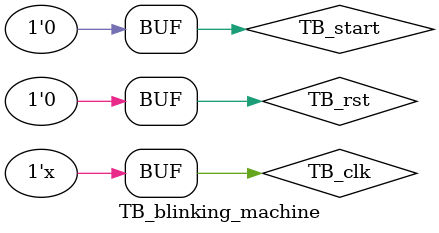
<source format=sv>
module TB_blinking_machine();

	logic TB_clk;
	logic TB_rst;
	logic TB_start;

	logic TB_out;
	logic TB_clk_1hz;

	TOP_blinking_machine TOP(
		.i_clk(TB_clk),
		.i_rst(TB_rst),
		.i_start(TB_start),

		.o_out(TB_out),
		.o_clk_1hz(TB_clk_1hz)
		);

	always #5 TB_clk = ~TB_clk;

	initial begin
	         TB_rst   = 1;
	    #5   TB_rst   = 0;

	    #10  TB_start = 1;
	    #10  TB_start = 0;
	    #300 TB_start = 1;
	    #10  TB_start = 0;
	end

endmodule
</source>
